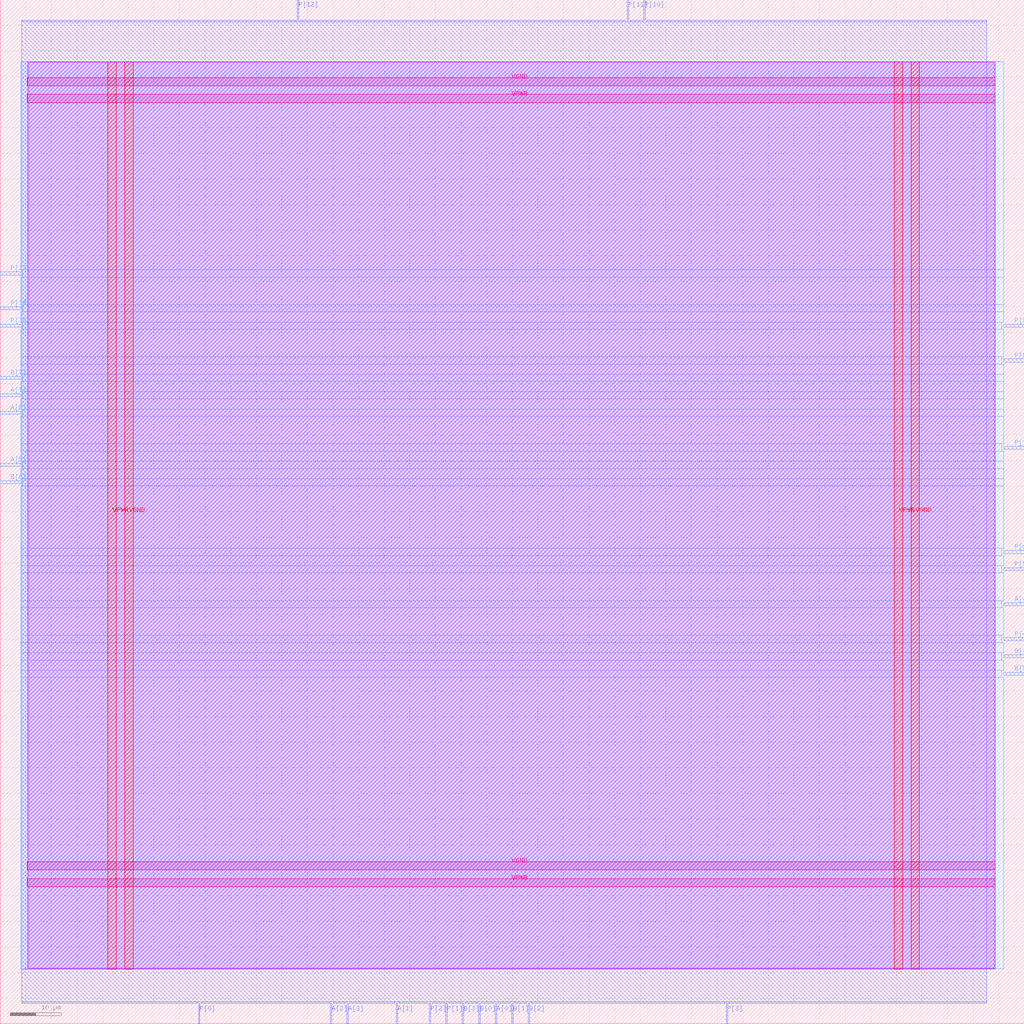
<source format=lef>
VERSION 5.7 ;
  NOWIREEXTENSIONATPIN ON ;
  DIVIDERCHAR "/" ;
  BUSBITCHARS "[]" ;
MACRO mult8_2bits_1op_e17298
  CLASS BLOCK ;
  FOREIGN mult8_2bits_1op_e17298 ;
  ORIGIN 0.000 0.000 ;
  SIZE 200.000 BY 200.000 ;
  PIN A[0]
    DIRECTION INPUT ;
    USE SIGNAL ;
    ANTENNAGATEAREA 0.742500 ;
    PORT
      LAYER met2 ;
        RECT 96.690 0.000 96.970 4.000 ;
    END
  END A[0]
  PIN A[1]
    DIRECTION INPUT ;
    USE SIGNAL ;
    ANTENNAGATEAREA 0.213000 ;
    PORT
      LAYER met2 ;
        RECT 77.370 0.000 77.650 4.000 ;
    END
  END A[1]
  PIN A[2]
    DIRECTION INPUT ;
    USE SIGNAL ;
    ANTENNAGATEAREA 0.196500 ;
    PORT
      LAYER met2 ;
        RECT 64.490 0.000 64.770 4.000 ;
    END
  END A[2]
  PIN A[3]
    DIRECTION INPUT ;
    USE SIGNAL ;
    ANTENNAGATEAREA 0.159000 ;
    PORT
      LAYER met2 ;
        RECT 67.710 0.000 67.990 4.000 ;
    END
  END A[3]
  PIN A[4]
    DIRECTION INPUT ;
    USE SIGNAL ;
    ANTENNAGATEAREA 0.126000 ;
    PORT
      LAYER met3 ;
        RECT 196.000 81.640 200.000 82.240 ;
    END
  END A[4]
  PIN A[5]
    DIRECTION INPUT ;
    USE SIGNAL ;
    ANTENNAGATEAREA 0.213000 ;
    PORT
      LAYER met3 ;
        RECT 0.000 108.840 4.000 109.440 ;
    END
  END A[5]
  PIN A[6]
    DIRECTION INPUT ;
    USE SIGNAL ;
    ANTENNAGATEAREA 0.196500 ;
    PORT
      LAYER met3 ;
        RECT 0.000 119.040 4.000 119.640 ;
    END
  END A[6]
  PIN A[7]
    DIRECTION INPUT ;
    USE SIGNAL ;
    ANTENNAGATEAREA 0.159000 ;
    PORT
      LAYER met3 ;
        RECT 0.000 122.440 4.000 123.040 ;
    END
  END A[7]
  PIN B[0]
    DIRECTION INPUT ;
    USE SIGNAL ;
    ANTENNAGATEAREA 0.213000 ;
    PORT
      LAYER met2 ;
        RECT 93.470 0.000 93.750 4.000 ;
    END
  END B[0]
  PIN B[1]
    DIRECTION INPUT ;
    USE SIGNAL ;
    ANTENNAGATEAREA 0.742500 ;
    PORT
      LAYER met2 ;
        RECT 99.910 0.000 100.190 4.000 ;
    END
  END B[1]
  PIN B[2]
    DIRECTION INPUT ;
    USE SIGNAL ;
    ANTENNAGATEAREA 0.213000 ;
    PORT
      LAYER met2 ;
        RECT 103.130 0.000 103.410 4.000 ;
    END
  END B[2]
  PIN B[3]
    DIRECTION INPUT ;
    USE SIGNAL ;
    ANTENNAGATEAREA 0.196500 ;
    PORT
      LAYER met2 ;
        RECT 90.250 0.000 90.530 4.000 ;
    END
  END B[3]
  PIN B[4]
    DIRECTION INPUT ;
    USE SIGNAL ;
    ANTENNAGATEAREA 0.159000 ;
    PORT
      LAYER met3 ;
        RECT 196.000 71.440 200.000 72.040 ;
    END
  END B[4]
  PIN B[5]
    DIRECTION INPUT ;
    USE SIGNAL ;
    ANTENNAGATEAREA 0.196500 ;
    PORT
      LAYER met3 ;
        RECT 196.000 68.040 200.000 68.640 ;
    END
  END B[5]
  PIN B[6]
    DIRECTION INPUT ;
    USE SIGNAL ;
    ANTENNAGATEAREA 0.213000 ;
    PORT
      LAYER met3 ;
        RECT 0.000 105.440 4.000 106.040 ;
    END
  END B[6]
  PIN B[7]
    DIRECTION INPUT ;
    USE SIGNAL ;
    ANTENNAGATEAREA 0.196500 ;
    PORT
      LAYER met3 ;
        RECT 0.000 125.840 4.000 126.440 ;
    END
  END B[7]
  PIN P[0]
    DIRECTION OUTPUT ;
    USE SIGNAL ;
    PORT
      LAYER met2 ;
        RECT 38.730 0.000 39.010 4.000 ;
    END
  END P[0]
  PIN P[10]
    DIRECTION OUTPUT ;
    USE SIGNAL ;
    ANTENNADIFFAREA 1.782000 ;
    PORT
      LAYER met2 ;
        RECT 125.670 196.000 125.950 200.000 ;
    END
  END P[10]
  PIN P[11]
    DIRECTION OUTPUT ;
    USE SIGNAL ;
    ANTENNADIFFAREA 1.336500 ;
    PORT
      LAYER met2 ;
        RECT 122.450 196.000 122.730 200.000 ;
    END
  END P[11]
  PIN P[12]
    DIRECTION OUTPUT ;
    USE SIGNAL ;
    ANTENNADIFFAREA 1.336500 ;
    PORT
      LAYER met2 ;
        RECT 58.050 196.000 58.330 200.000 ;
    END
  END P[12]
  PIN P[13]
    DIRECTION OUTPUT ;
    USE SIGNAL ;
    ANTENNADIFFAREA 1.336500 ;
    PORT
      LAYER met3 ;
        RECT 0.000 146.240 4.000 146.840 ;
    END
  END P[13]
  PIN P[14]
    DIRECTION OUTPUT ;
    USE SIGNAL ;
    ANTENNADIFFAREA 1.336500 ;
    PORT
      LAYER met3 ;
        RECT 0.000 139.440 4.000 140.040 ;
    END
  END P[14]
  PIN P[15]
    DIRECTION OUTPUT ;
    USE SIGNAL ;
    ANTENNADIFFAREA 1.336500 ;
    PORT
      LAYER met3 ;
        RECT 0.000 136.040 4.000 136.640 ;
    END
  END P[15]
  PIN P[1]
    DIRECTION OUTPUT ;
    USE SIGNAL ;
    ANTENNADIFFAREA 0.445500 ;
    PORT
      LAYER met2 ;
        RECT 87.030 0.000 87.310 4.000 ;
    END
  END P[1]
  PIN P[2]
    DIRECTION OUTPUT ;
    USE SIGNAL ;
    ANTENNADIFFAREA 0.445500 ;
    PORT
      LAYER met2 ;
        RECT 83.810 0.000 84.090 4.000 ;
    END
  END P[2]
  PIN P[3]
    DIRECTION OUTPUT ;
    USE SIGNAL ;
    ANTENNADIFFAREA 0.445500 ;
    PORT
      LAYER met2 ;
        RECT 141.770 0.000 142.050 4.000 ;
    END
  END P[3]
  PIN P[4]
    DIRECTION OUTPUT ;
    USE SIGNAL ;
    ANTENNADIFFAREA 1.336500 ;
    PORT
      LAYER met3 ;
        RECT 196.000 74.840 200.000 75.440 ;
    END
  END P[4]
  PIN P[5]
    DIRECTION OUTPUT ;
    USE SIGNAL ;
    ANTENNADIFFAREA 1.336500 ;
    PORT
      LAYER met3 ;
        RECT 196.000 88.440 200.000 89.040 ;
    END
  END P[5]
  PIN P[6]
    DIRECTION OUTPUT ;
    USE SIGNAL ;
    ANTENNADIFFAREA 1.336500 ;
    PORT
      LAYER met3 ;
        RECT 196.000 91.840 200.000 92.440 ;
    END
  END P[6]
  PIN P[7]
    DIRECTION OUTPUT ;
    USE SIGNAL ;
    ANTENNADIFFAREA 1.336500 ;
    PORT
      LAYER met3 ;
        RECT 196.000 112.240 200.000 112.840 ;
    END
  END P[7]
  PIN P[8]
    DIRECTION OUTPUT ;
    USE SIGNAL ;
    ANTENNADIFFAREA 1.336500 ;
    PORT
      LAYER met3 ;
        RECT 196.000 129.240 200.000 129.840 ;
    END
  END P[8]
  PIN P[9]
    DIRECTION OUTPUT ;
    USE SIGNAL ;
    ANTENNADIFFAREA 1.336500 ;
    PORT
      LAYER met3 ;
        RECT 196.000 136.040 200.000 136.640 ;
    END
  END P[9]
  PIN VGND
    DIRECTION INOUT ;
    USE GROUND ;
    PORT
      LAYER met4 ;
        RECT 24.340 10.640 25.940 187.920 ;
    END
    PORT
      LAYER met4 ;
        RECT 177.940 10.640 179.540 187.920 ;
    END
    PORT
      LAYER met5 ;
        RECT 5.280 30.030 194.360 31.630 ;
    END
    PORT
      LAYER met5 ;
        RECT 5.280 183.210 194.360 184.810 ;
    END
  END VGND
  PIN VPWR
    DIRECTION INOUT ;
    USE POWER ;
    PORT
      LAYER met4 ;
        RECT 21.040 10.640 22.640 187.920 ;
    END
    PORT
      LAYER met4 ;
        RECT 174.640 10.640 176.240 187.920 ;
    END
    PORT
      LAYER met5 ;
        RECT 5.280 26.730 194.360 28.330 ;
    END
    PORT
      LAYER met5 ;
        RECT 5.280 179.910 194.360 181.510 ;
    END
  END VPWR
  OBS
      LAYER nwell ;
        RECT 5.330 10.795 194.310 187.870 ;
      LAYER li1 ;
        RECT 5.520 10.795 194.120 187.765 ;
      LAYER met1 ;
        RECT 4.210 10.640 194.120 187.920 ;
      LAYER met2 ;
        RECT 4.230 195.720 57.770 196.000 ;
        RECT 58.610 195.720 122.170 196.000 ;
        RECT 123.010 195.720 125.390 196.000 ;
        RECT 126.230 195.720 192.650 196.000 ;
        RECT 4.230 4.280 192.650 195.720 ;
        RECT 4.230 4.000 38.450 4.280 ;
        RECT 39.290 4.000 64.210 4.280 ;
        RECT 65.050 4.000 67.430 4.280 ;
        RECT 68.270 4.000 77.090 4.280 ;
        RECT 77.930 4.000 83.530 4.280 ;
        RECT 84.370 4.000 86.750 4.280 ;
        RECT 87.590 4.000 89.970 4.280 ;
        RECT 90.810 4.000 93.190 4.280 ;
        RECT 94.030 4.000 96.410 4.280 ;
        RECT 97.250 4.000 99.630 4.280 ;
        RECT 100.470 4.000 102.850 4.280 ;
        RECT 103.690 4.000 141.490 4.280 ;
        RECT 142.330 4.000 192.650 4.280 ;
      LAYER met3 ;
        RECT 3.990 147.240 196.000 187.845 ;
        RECT 4.400 145.840 196.000 147.240 ;
        RECT 3.990 140.440 196.000 145.840 ;
        RECT 4.400 139.040 196.000 140.440 ;
        RECT 3.990 137.040 196.000 139.040 ;
        RECT 4.400 135.640 195.600 137.040 ;
        RECT 3.990 130.240 196.000 135.640 ;
        RECT 3.990 128.840 195.600 130.240 ;
        RECT 3.990 126.840 196.000 128.840 ;
        RECT 4.400 125.440 196.000 126.840 ;
        RECT 3.990 123.440 196.000 125.440 ;
        RECT 4.400 122.040 196.000 123.440 ;
        RECT 3.990 120.040 196.000 122.040 ;
        RECT 4.400 118.640 196.000 120.040 ;
        RECT 3.990 113.240 196.000 118.640 ;
        RECT 3.990 111.840 195.600 113.240 ;
        RECT 3.990 109.840 196.000 111.840 ;
        RECT 4.400 108.440 196.000 109.840 ;
        RECT 3.990 106.440 196.000 108.440 ;
        RECT 4.400 105.040 196.000 106.440 ;
        RECT 3.990 92.840 196.000 105.040 ;
        RECT 3.990 91.440 195.600 92.840 ;
        RECT 3.990 89.440 196.000 91.440 ;
        RECT 3.990 88.040 195.600 89.440 ;
        RECT 3.990 82.640 196.000 88.040 ;
        RECT 3.990 81.240 195.600 82.640 ;
        RECT 3.990 75.840 196.000 81.240 ;
        RECT 3.990 74.440 195.600 75.840 ;
        RECT 3.990 72.440 196.000 74.440 ;
        RECT 3.990 71.040 195.600 72.440 ;
        RECT 3.990 69.040 196.000 71.040 ;
        RECT 3.990 67.640 195.600 69.040 ;
        RECT 3.990 10.715 196.000 67.640 ;
  END
END mult8_2bits_1op_e17298
END LIBRARY


</source>
